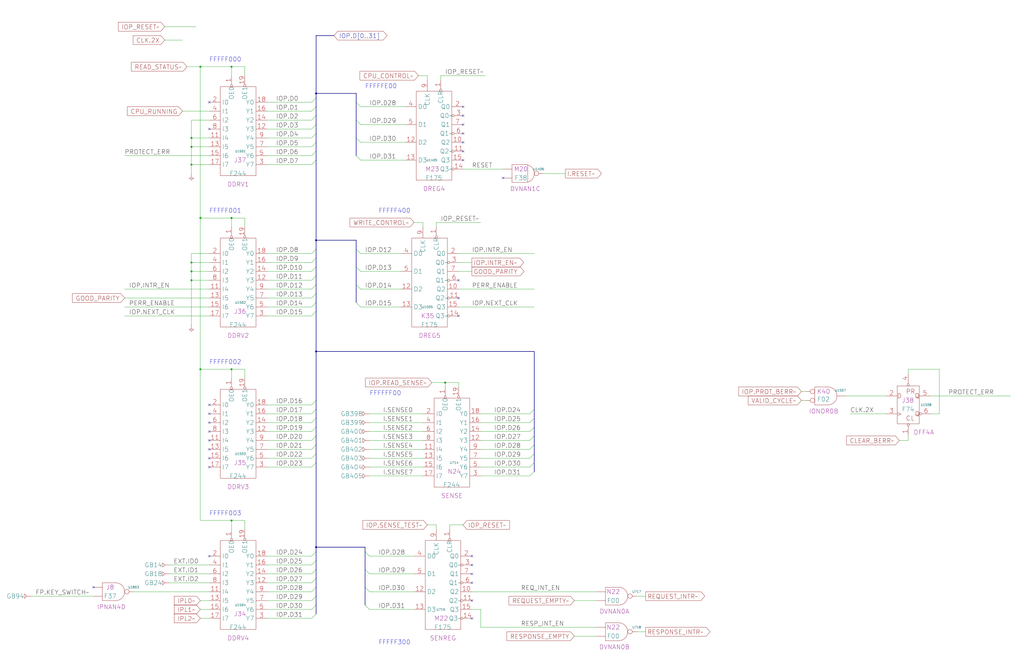
<source format=kicad_sch>
(kicad_sch (version 20230121) (generator eeschema)
  (paper "User" 584.2 378.46)
  (title_block (title "DEVICES\\nCONTROL / STATUS REGISTER") (date "22-SEP-90") (rev "2.0") (comment 1 "IOC") (comment 2 "232-003061") (comment 3 "S400") (comment 4 "RELEASED"))
  (lib_symbols
    (symbol "r1000:F00" (pin_numbers hide) (pin_names hide)
      (property "Reference" "U" (at 15.24 0 0))
      (property "Value" "F00" (at 1.905 -5.08 0))
      (property "Location" "___" (at 1.905 0 0))
      (property "Name" "______" (at 2.54 -12.7 0))
      (symbol "F00_0_1"
        (polyline (pts (xy -2.54 -7.62) (xy 5.08 -7.62)) (stroke (width 0.1524)))
        (polyline (pts (xy -2.54 2.54) (xy -2.54 -7.62)) (stroke (width 0.1524)))
        (polyline (pts (xy -2.54 2.54) (xy 5.08 2.54)) (stroke (width 0.1524)))
        (arc (start 5.08 -7.62) (mid 10.1282 -2.54) (end 5.08 2.54) (stroke (width 0.1524)))
        (circle (center 11.43 -2.54) (radius 1.27) (stroke (width 0.1524)))
      )
      (symbol "F00_0_2"
        (circle (center -3.81 -5.08) (radius 1.27) (stroke (width 0.1524)))
        (circle (center -3.81 0) (radius 1.27) (stroke (width 0.1524)))
        (arc (start -3.175 -7.62) (mid -2.134 -2.54) (end -3.175 2.54) (stroke (width 0.1524)))
        (polyline (pts (xy -3.175 -7.62) (xy 3.81 -7.62)) (stroke (width 0.1524)))
        (polyline (pts (xy -3.175 2.54) (xy 3.81 2.54)) (stroke (width 0.1524)))
        (arc (start 3.81 -7.62) (mid 7.5855 -5.8306) (end 10.16 -2.54) (stroke (width 0.1524)))
        (arc (start 10.16 -2.54) (mid 7.5827 0.7471) (end 3.81 2.54) (stroke (width 0.1524)))
      )
      (symbol "F00_1_1"
        (pin input line (at -7.62 0 0) (length 5.08) (name "D0") (number "1"))
        (pin input line (at -7.62 -5.08 0) (length 5.08) (name "D1") (number "2"))
        (pin output line (at 15.24 -2.54 180) (length 2.54) (name "Q") (number "3"))
      )
      (symbol "F00_1_2"
        (pin input line (at -7.62 0 0) (length 2.54) (name "D0") (number "1"))
        (pin input line (at -7.62 -5.08 0) (length 2.54) (name "D1") (number "2"))
        (pin output line (at 15.24 -2.54 180) (length 5.08) (name "Q") (number "3"))
      )
    )
    (symbol "r1000:F02" (pin_numbers hide) (pin_names hide)
      (property "Reference" "U" (at 12.16 0.635 0))
      (property "Value" "F02" (at -1.27 -4.445 0))
      (property "Location" "___" (at 2.54 0 0))
      (property "Name" "______" (at 2.54 -12.7 0))
      (symbol "F02_0_1"
        (arc (start -3.81 -7.62) (mid -2.9847 -2.54) (end -3.81 2.54) (stroke (width 0.1524)))
        (polyline (pts (xy -5.08 -5.08) (xy -3.175 -5.08)) (stroke (width 0.1524)))
        (polyline (pts (xy -5.08 0) (xy -3.175 0)) (stroke (width 0.1524)))
        (polyline (pts (xy -3.81 -7.62) (xy 2.54 -7.62)) (stroke (width 0.1524)))
        (polyline (pts (xy -3.81 2.54) (xy 2.54 2.54)) (stroke (width 0.1524)))
        (polyline (pts (xy 13.97 -2.54) (xy 12.7 -2.54)) (stroke (width 0.1524)))
        (arc (start 2.54 -7.62) (mid 6.9515 -5.9823) (end 10.16 -2.54) (stroke (width 0.1524)))
        (arc (start 10.16 -2.54) (mid 6.9478 0.8966) (end 2.54 2.54) (stroke (width 0.1524)))
        (circle (center 11.43 -2.54) (radius 1.27) (stroke (width 0.1524)))
      )
      (symbol "F02_0_2"
        (circle (center -3.81 -5.08) (radius 1.27) (stroke (width 0.1524)))
        (circle (center -3.81 0) (radius 1.27) (stroke (width 0.1524)))
        (polyline (pts (xy -2.54 -7.62) (xy 5.08 -7.62)) (stroke (width 0.1524)))
        (polyline (pts (xy -2.54 2.54) (xy -2.54 -7.62)) (stroke (width 0.1524)))
        (polyline (pts (xy -2.54 2.54) (xy 5.08 2.54)) (stroke (width 0.1524)))
        (polyline (pts (xy 11.43 -2.54) (xy 10.16 -2.54)) (stroke (width 0.1524)))
        (polyline (pts (xy 11.43 -2.54) (xy 12.7 -2.54)) (stroke (width 0.1524)))
        (arc (start 5.08 -7.62) (mid 10.1282 -2.54) (end 5.08 2.54) (stroke (width 0.1524)))
      )
      (symbol "F02_1_1"
        (pin input line (at -7.62 0 0) (length 2.54) (name "D0") (number "1"))
        (pin input line (at -7.62 -5.08 0) (length 2.54) (name "D1") (number "2"))
        (pin output line (at 15.24 -2.54 180) (length 1.27) (name "Q") (number "3"))
      )
      (symbol "F02_1_2"
        (pin input line (at -7.62 0 0) (length 2.54) (name "D0") (number "1"))
        (pin input line (at -7.62 -5.08 0) (length 2.54) (name "D1") (number "2"))
        (pin output line (at 15.24 -2.54 180) (length 2.54) (name "Q") (number "3"))
      )
    )
    (symbol "r1000:F175" (pin_names (offset 1.016))
      (property "Reference" "U" (at 2.54 5.08 0))
      (property "Value" "F175" (at -1.27 -5.08 0))
      (property "Location" "___" (at -1.27 0 0))
      (property "Name" "______" (at 3.81 -12.7 0))
      (symbol "F175_1_1"
        (rectangle (start -6.35 44.45) (end 13.97 -6.35))
        (circle (center 7.62 45.085) (radius 0.635))
        (circle (center 14.605 0) (radius 0.635))
        (circle (center 14.605 10.16) (radius 0.635))
        (circle (center 14.605 20.32) (radius 0.635))
        (circle (center 14.605 30.48) (radius 0.635))
        (pin input line (at 7.62 50.8 270) (length 5.08) (name "CLR") (number "1"))
        (pin output line (at 20.32 15.24 180) (length 6.35) (name "Q2") (number "10"))
        (pin output line (at 20.32 10.16 180) (length 5.08) (name "Q2~") (number "11"))
        (pin input line (at -12.7 15.24 0) (length 6.35) (name "D2") (number "12"))
        (pin input line (at -12.7 5.08 0) (length 6.35) (name "D3") (number "13"))
        (pin output line (at 20.32 0 180) (length 5.08) (name "Q3~") (number "14"))
        (pin output line (at 20.32 5.08 180) (length 6.35) (name "Q3") (number "15"))
        (pin output line (at 20.32 35.56 180) (length 6.35) (name "Q0") (number "2"))
        (pin output line (at 20.32 30.48 180) (length 5.08) (name "Q0~") (number "3"))
        (pin input line (at -12.7 35.56 0) (length 6.35) (name "D0") (number "4"))
        (pin input line (at -12.7 25.4 0) (length 6.35) (name "D1") (number "5"))
        (pin output line (at 20.32 20.32 180) (length 5.08) (name "Q1~") (number "6"))
        (pin output line (at 20.32 25.4 180) (length 6.35) (name "Q1") (number "7"))
        (pin input line (at 0 50.8 270) (length 6.35) (name "CLK") (number "9"))
      )
    )
    (symbol "r1000:F244" (pin_names (offset 1.016))
      (property "Reference" "U" (at 2.54 5.08 0))
      (property "Value" "F244" (at -3.81 -7.62 0))
      (property "Location" "___" (at -1.27 0 0))
      (property "Name" "______" (at 1.27 -15.24 0))
      (symbol "F244_1_1"
        (rectangle (start -8.89 41.91) (end 11.43 -8.89))
        (circle (center -2.54 42.545) (radius 0.635))
        (circle (center 5.08 42.545) (radius 0.635))
        (pin input line (at -2.54 48.26 270) (length 5.08) (name "OE0") (number "1"))
        (pin input line (at -15.24 12.7 0) (length 6.35) (name "I4") (number "11"))
        (pin tri_state line (at 17.78 17.78 180) (length 6.35) (name "Y3") (number "12"))
        (pin input line (at -15.24 7.62 0) (length 6.35) (name "I5") (number "13"))
        (pin tri_state line (at 17.78 22.86 180) (length 6.35) (name "Y2") (number "14"))
        (pin input line (at -15.24 2.54 0) (length 6.35) (name "I6") (number "15"))
        (pin tri_state line (at 17.78 27.94 180) (length 6.35) (name "Y1") (number "16"))
        (pin input line (at -15.24 -2.54 0) (length 6.35) (name "I7") (number "17"))
        (pin tri_state line (at 17.78 33.02 180) (length 6.35) (name "Y0") (number "18"))
        (pin input line (at 5.08 48.26 270) (length 5.08) (name "OE1") (number "19"))
        (pin input line (at -15.24 33.02 0) (length 6.35) (name "I0") (number "2"))
        (pin tri_state line (at 17.78 -2.54 180) (length 6.35) (name "Y7") (number "3"))
        (pin input line (at -15.24 27.94 0) (length 6.35) (name "I1") (number "4"))
        (pin tri_state line (at 17.78 2.54 180) (length 6.35) (name "Y6") (number "5"))
        (pin input line (at -15.24 22.86 0) (length 6.35) (name "I2") (number "6"))
        (pin tri_state line (at 17.78 7.62 180) (length 6.35) (name "Y5") (number "7"))
        (pin input line (at -15.24 17.78 0) (length 6.35) (name "I3") (number "8"))
        (pin tri_state line (at 17.78 12.7 180) (length 6.35) (name "Y4") (number "9"))
      )
    )
    (symbol "r1000:F37" (pin_numbers hide) (pin_names (offset 0) hide)
      (property "Reference" "U" (at 15.24 0 0))
      (property "Value" "F37" (at 1.905 -5.08 0))
      (property "Location" "___" (at 1.905 0 0))
      (property "Name" "______" (at 2.54 -12.7 0))
      (symbol "F37_0_1"
        (polyline (pts (xy -2.54 -7.62) (xy 5.08 -7.62)) (stroke (width 0.1524)))
        (polyline (pts (xy -2.54 2.54) (xy -2.54 -7.62)) (stroke (width 0.1524)))
        (polyline (pts (xy -2.54 2.54) (xy 5.08 2.54)) (stroke (width 0.1524)))
        (arc (start 5.08 -7.62) (mid 10.1282 -2.54) (end 5.08 2.54) (stroke (width 0.1524)))
        (circle (center 11.43 -2.54) (radius 1.27) (stroke (width 0.1524)))
      )
      (symbol "F37_0_2"
        (circle (center -3.81 -5.08) (radius 1.27) (stroke (width 0.1524)))
        (circle (center -3.81 0) (radius 1.27) (stroke (width 0.1524)))
        (arc (start -3.175 -7.62) (mid -2.134 -2.54) (end -3.175 2.54) (stroke (width 0.1524)))
        (polyline (pts (xy -3.175 -7.62) (xy 3.81 -7.62)) (stroke (width 0.1524)))
        (polyline (pts (xy -3.175 2.54) (xy 3.81 2.54)) (stroke (width 0.1524)))
        (arc (start 3.81 -7.62) (mid 7.5855 -5.8306) (end 10.16 -2.54) (stroke (width 0.1524)))
        (arc (start 10.16 -2.54) (mid 7.5827 0.7471) (end 3.81 2.54) (stroke (width 0.1524)))
      )
      (symbol "F37_1_1"
        (pin input line (at -7.62 0 0) (length 5.08) (name "D0") (number "1"))
        (pin input line (at -7.62 -5.08 0) (length 5.08) (name "D1") (number "2"))
        (pin output line (at 15.24 -2.54 180) (length 2.54) (name "Q") (number "3"))
      )
      (symbol "F37_1_2"
        (pin input line (at -7.62 0 0) (length 2.54) (name "D0") (number "1"))
        (pin input line (at -7.62 -5.08 0) (length 2.54) (name "D1") (number "2"))
        (pin output line (at 15.24 -2.54 180) (length 5.08) (name "Q") (number "3"))
      )
    )
    (symbol "r1000:F38" (pin_numbers hide) (pin_names hide)
      (property "Reference" "U" (at 12.7 2.54 0))
      (property "Value" "F38" (at 2.54 -2.54 0))
      (property "Location" "___" (at 2.54 2.54 0))
      (property "Name" "______" (at 5.08 -10.16 0))
      (symbol "F38_0_1"
        (polyline (pts (xy -2.54 -5.08) (xy 5.08 -5.08)) (stroke (width 0.1524)))
        (polyline (pts (xy -2.54 5.08) (xy -2.54 -5.08)) (stroke (width 0.1524)))
        (polyline (pts (xy -2.54 5.08) (xy 5.08 5.08)) (stroke (width 0.1524)))
        (polyline (pts (xy 6.45 4.9) (xy 6.45 -4.9)) (stroke (width 0.1524)))
        (arc (start 5.08 -5.08) (mid 8.6786 -3.5986) (end 10.16 0) (stroke (width 0.1524)))
        (arc (start 10.16 0) (mid 8.6721 3.5921) (end 5.08 5.08) (stroke (width 0.1524)))
        (circle (center 11.43 0) (radius 1.27) (stroke (width 0.1524)))
      )
      (symbol "F38_0_2"
        (arc (start -3.81 -5.08) (mid -1.8386 0) (end -3.81 5.08) (stroke (width 0.1524)))
        (circle (center -3.81 -2.54) (radius 1.27) (stroke (width 0.1524)))
        (circle (center -3.81 2.54) (radius 1.27) (stroke (width 0.1524)))
        (polyline (pts (xy -3.81 -5.08) (xy 2.54 -5.08)) (stroke (width 0.1524)))
        (polyline (pts (xy -3.81 5.08) (xy 2.54 5.08)) (stroke (width 0.1524)))
        (polyline (pts (xy 7.62 3.175) (xy 7.62 -3.175)) (stroke (width 0.1524)))
        (arc (start 2.54 -5.08) (mid 7.0537 -3.5955) (end 10.16 0) (stroke (width 0.1524)))
        (arc (start 10.16 0) (mid 7.0527 3.594) (end 2.54 5.08) (stroke (width 0.1524)))
      )
      (symbol "F38_1_1"
        (pin input line (at -7.62 2.54 0) (length 5.08) (name "D0") (number "1"))
        (pin input line (at -7.62 -2.54 0) (length 5.08) (name "D1") (number "2"))
        (pin open_collector line (at 15.24 0 180) (length 2.54) (name "Q") (number "3"))
      )
      (symbol "F38_1_2"
        (pin input line (at -7.62 2.54 0) (length 2.54) (name "D0") (number "1"))
        (pin input line (at -7.62 -2.54 0) (length 2.54) (name "D1") (number "2"))
        (pin open_collector line (at 15.24 0 180) (length 5.08) (name "Q") (number "3"))
      )
    )
    (symbol "r1000:F74" (pin_names (offset 1.016) hide)
      (property "Reference" "U" (at 12.7 -2.54 0))
      (property "Value" "F74" (at -1.27 -5.08 0))
      (property "Location" "___" (at -1.27 0 0))
      (property "Name" "______" (at 11.43 -19.685 0))
      (symbol "F74_0_1"
        (rectangle (start -3.81 8.255) (end 8.89 -13.335) (stroke (width 0.1524)))
        (polyline (pts (xy 2.54 -15.24) (xy 2.54 -14.605)) (stroke (width 0.1524)))
        (polyline (pts (xy 2.54 10.16) (xy 2.54 9.525)) (stroke (width 0.1524)))
      )
      (symbol "F74_1_1"
        (circle (center 2.54 -13.97) (radius 0.635))
        (circle (center 2.54 8.89) (radius 0.635))
        (circle (center 9.525 -7.62) (radius 0.635))
        (text ">" (at -2.54 -7.62 0) (effects (font (size 2.54 2.54))))
        (text "C" (at 2.54 -10.16 0) (effects (font (size 2.54 2.54))))
        (text "D" (at -2.54 2.54 0) (effects (font (size 2.54 2.54))))
        (text "L" (at 5.08 -10.16 0) (effects (font (size 2.54 2.54))))
        (text "P" (at 2.54 5.08 0) (effects (font (size 2.54 2.54))))
        (text "Q" (at 7.62 -7.62 0) (effects (font (size 2.54 2.54))))
        (text "Q" (at 7.62 2.54 0) (effects (font (size 2.54 2.54))))
        (text "R" (at 5.08 5.08 0) (effects (font (size 2.54 2.54))))
        (pin input line (at 2.54 -20.32 90) (length 5.08) (name "CL_") (number "1"))
        (pin input line (at -10.16 2.54 0) (length 6.35) (name "D") (number "2"))
        (pin input line (at -10.16 -7.62 0) (length 6.35) (name "CLK") (number "3"))
        (pin input line (at 2.54 15.24 270) (length 5.08) (name "PR_") (number "4"))
        (pin output line (at 15.24 2.54 180) (length 6.35) (name "Q") (number "5"))
        (pin output line (at 15.24 -7.62 180) (length 5.08) (name "Q_") (number "6"))
      )
    )
    (symbol "r1000:GB" (pin_numbers hide) (pin_names (offset 0) hide)
      (property "Reference" "GB" (at 3.81 0 0))
      (symbol "GB_0_1"
        (polyline (pts (xy 2.54 0) (xy 3.81 1.27) (xy 3.81 -1.27) (xy 2.54 0)) (stroke (width 0.1524)))
      )
      (symbol "GB_1_1"
        (pin bidirectional line (at 0 0 0) (length 2.54) (name "") (number "1"))
      )
    )
    (symbol "r1000:PD" (power) (pin_numbers hide) (pin_names hide) (in_bom no)
      (symbol "PD_0_1"
        (polyline (pts (xy 0 -2.54) (xy 1.27 -2.54) (xy 0 -3.81) (xy -1.27 -2.54) (xy 0 -2.54)) (stroke (width 0.1524)))
      )
      (symbol "PD_1_1"
        (pin power_in line (at 0 0 270) (length 2.54) (name "PD") (number "1"))
      )
    )
  )
  (junction (at 254 218.44))
  (junction (at 132.08 297.18))
  (junction (at 114.3 210.82))
  (junction (at 132.08 210.82))
  (junction (at 180.34 200.66))
  (junction (at 109.22 93.98))
  (junction (at 180.34 53.34))
  (junction (at 114.3 124.46))
  (junction (at 109.22 83.82))
  (junction (at 109.22 149.86))
  (junction (at 114.3 38.1))
  (junction (at 180.34 312.42))
  (junction (at 132.08 124.46))
  (junction (at 109.22 160.02))
  (junction (at 132.08 38.1))
  (junction (at 109.22 154.94))
  (junction (at 109.22 78.74))
  (junction (at 180.34 137.16))
  (no_connect (at 119.38 246.38))
  (no_connect (at 119.38 241.3))
  (no_connect (at 119.38 231.14))
  (no_connect (at 119.38 236.22))
  (no_connect (at 264.16 66.04))
  (no_connect (at 119.38 317.5))
  (no_connect (at 261.62 160.02))
  (no_connect (at 269.24 342.9))
  (no_connect (at 119.38 266.7))
  (no_connect (at 264.16 60.96))
  (no_connect (at 119.38 58.42))
  (no_connect (at 119.38 256.54))
  (no_connect (at 119.38 73.66))
  (no_connect (at 261.62 180.34))
  (no_connect (at 269.24 322.58))
  (no_connect (at 264.16 91.44))
  (no_connect (at 119.38 251.46))
  (no_connect (at 269.24 317.5))
  (no_connect (at 264.16 81.28))
  (no_connect (at 261.62 170.18))
  (no_connect (at 264.16 76.2))
  (no_connect (at 269.24 332.74))
  (no_connect (at 119.38 261.62))
  (no_connect (at 264.16 71.12))
  (no_connect (at 269.24 353.06))
  (no_connect (at 287.02 101.6))
  (no_connect (at 264.16 86.36))
  (no_connect (at 269.24 327.66))
  (no_connect (at 53.34 335.28))
  (bus_entry (at 180.34 66.04) (size -2.54 2.54))
  (bus_entry (at 180.34 243.84) (size -2.54 2.54))
  (bus_entry (at 203.2 172.72) (size 2.54 2.54))
  (bus_entry (at 180.34 228.6) (size -2.54 2.54))
  (bus_entry (at 180.34 259.08) (size -2.54 2.54))
  (bus_entry (at 180.34 264.16) (size -2.54 2.54))
  (bus_entry (at 180.34 320.04) (size -2.54 2.54))
  (bus_entry (at 180.34 76.2) (size -2.54 2.54))
  (bus_entry (at 180.34 167.64) (size -2.54 2.54))
  (bus_entry (at 180.34 314.96) (size -2.54 2.54))
  (bus_entry (at 180.34 172.72) (size -2.54 2.54))
  (bus_entry (at 180.34 157.48) (size -2.54 2.54))
  (bus_entry (at 180.34 177.8) (size -2.54 2.54))
  (bus_entry (at 208.28 345.44) (size 2.54 2.54))
  (bus_entry (at 304.8 243.84) (size -2.54 2.54))
  (bus_entry (at 180.34 233.68) (size -2.54 2.54))
  (bus_entry (at 180.34 152.4) (size -2.54 2.54))
  (bus_entry (at 180.34 55.88) (size -2.54 2.54))
  (bus_entry (at 180.34 162.56) (size -2.54 2.54))
  (bus_entry (at 180.34 330.2) (size -2.54 2.54))
  (bus_entry (at 203.2 152.4) (size 2.54 2.54))
  (bus_entry (at 203.2 88.9) (size 2.54 2.54))
  (bus_entry (at 180.34 81.28) (size -2.54 2.54))
  (bus_entry (at 180.34 350.52) (size -2.54 2.54))
  (bus_entry (at 203.2 58.42) (size 2.54 2.54))
  (bus_entry (at 304.8 238.76) (size -2.54 2.54))
  (bus_entry (at 304.8 248.92) (size -2.54 2.54))
  (bus_entry (at 180.34 71.12) (size -2.54 2.54))
  (bus_entry (at 180.34 340.36) (size -2.54 2.54))
  (bus_entry (at 180.34 147.32) (size -2.54 2.54))
  (bus_entry (at 208.28 335.28) (size 2.54 2.54))
  (bus_entry (at 304.8 264.16) (size -2.54 2.54))
  (bus_entry (at 180.34 60.96) (size -2.54 2.54))
  (bus_entry (at 304.8 269.24) (size -2.54 2.54))
  (bus_entry (at 208.28 314.96) (size 2.54 2.54))
  (bus_entry (at 180.34 248.92) (size -2.54 2.54))
  (bus_entry (at 203.2 162.56) (size 2.54 2.54))
  (bus_entry (at 180.34 254) (size -2.54 2.54))
  (bus_entry (at 180.34 335.28) (size -2.54 2.54))
  (bus_entry (at 203.2 68.58) (size 2.54 2.54))
  (bus_entry (at 208.28 325.12) (size 2.54 2.54))
  (bus_entry (at 203.2 78.74) (size 2.54 2.54))
  (bus_entry (at 304.8 254) (size -2.54 2.54))
  (bus_entry (at 180.34 325.12) (size -2.54 2.54))
  (bus_entry (at 203.2 142.24) (size 2.54 2.54))
  (bus_entry (at 304.8 259.08) (size -2.54 2.54))
  (bus_entry (at 180.34 91.44) (size -2.54 2.54))
  (bus_entry (at 304.8 233.68) (size -2.54 2.54))
  (bus_entry (at 180.34 86.36) (size -2.54 2.54))
  (bus_entry (at 180.34 345.44) (size -2.54 2.54))
  (bus_entry (at 180.34 238.76) (size -2.54 2.54))
  (bus_entry (at 180.34 142.24) (size -2.54 2.54))
  (wire (pts (xy 152.4 317.5) (xy 177.8 317.5)))
  (wire (pts (xy 152.4 154.94) (xy 177.8 154.94)))
  (wire (pts (xy 109.22 78.74) (xy 119.38 78.74)))
  (wire (pts (xy 236.22 127) (xy 241.3 127)))
  (wire (pts (xy 71.12 175.26) (xy 119.38 175.26)))
  (wire (pts (xy 109.22 149.86) (xy 109.22 144.78)))
  (wire (pts (xy 518.16 210.82) (xy 535.94 210.82)))
  (wire (pts (xy 139.7 215.9) (xy 139.7 210.82)))
  (bus (pts (xy 180.34 177.8) (xy 180.34 172.72)))
  (wire (pts (xy 114.3 347.98) (xy 119.38 347.98)))
  (bus (pts (xy 208.28 325.12) (xy 208.28 335.28)))
  (wire (pts (xy 274.32 246.38) (xy 302.26 246.38)))
  (bus (pts (xy 180.34 142.24) (xy 180.34 147.32)))
  (wire (pts (xy 327.66 363.22) (xy 340.36 363.22)))
  (wire (pts (xy 109.22 68.58) (xy 109.22 78.74)))
  (wire (pts (xy 71.12 88.9) (xy 119.38 88.9)))
  (wire (pts (xy 71.12 180.34) (xy 119.38 180.34)))
  (bus (pts (xy 304.8 233.68) (xy 304.8 200.66)))
  (wire (pts (xy 152.4 251.46) (xy 177.8 251.46)))
  (wire (pts (xy 114.3 210.82) (xy 132.08 210.82)))
  (wire (pts (xy 205.74 175.26) (xy 228.6 175.26)))
  (wire (pts (xy 152.4 266.7) (xy 177.8 266.7)))
  (wire (pts (xy 152.4 180.34) (xy 177.8 180.34)))
  (wire (pts (xy 261.62 165.1) (xy 304.8 165.1)))
  (wire (pts (xy 132.08 210.82) (xy 139.7 210.82)))
  (wire (pts (xy 205.74 91.44) (xy 231.14 91.44)))
  (bus (pts (xy 180.34 71.12) (xy 180.34 76.2)))
  (bus (pts (xy 203.2 58.42) (xy 203.2 68.58)))
  (wire (pts (xy 205.74 154.94) (xy 228.6 154.94)))
  (wire (pts (xy 205.74 144.78) (xy 228.6 144.78)))
  (bus (pts (xy 180.34 228.6) (xy 180.34 233.68)))
  (bus (pts (xy 180.34 314.96) (xy 180.34 320.04)))
  (bus (pts (xy 180.34 340.36) (xy 180.34 345.44)))
  (wire (pts (xy 205.74 60.96) (xy 231.14 60.96)))
  (bus (pts (xy 180.34 330.2) (xy 180.34 335.28)))
  (wire (pts (xy 261.62 154.94) (xy 269.24 154.94)))
  (wire (pts (xy 457.2 223.52) (xy 459.74 223.52)))
  (bus (pts (xy 304.8 238.76) (xy 304.8 243.84)))
  (wire (pts (xy 152.4 170.18) (xy 177.8 170.18)))
  (wire (pts (xy 152.4 58.42) (xy 177.8 58.42)))
  (wire (pts (xy 274.32 271.78) (xy 302.26 271.78)))
  (wire (pts (xy 518.16 251.46) (xy 518.16 248.92)))
  (wire (pts (xy 139.7 129.54) (xy 139.7 124.46)))
  (wire (pts (xy 96.52 322.58) (xy 119.38 322.58)))
  (wire (pts (xy 251.46 43.18) (xy 276.86 43.18)))
  (wire (pts (xy 274.32 241.3) (xy 302.26 241.3)))
  (wire (pts (xy 269.24 337.82) (xy 340.36 337.82)))
  (wire (pts (xy 274.32 347.98) (xy 274.32 358.14)))
  (wire (pts (xy 238.76 43.18) (xy 243.84 43.18)))
  (wire (pts (xy 254 218.44) (xy 254 220.98)))
  (wire (pts (xy 210.82 266.7) (xy 241.3 266.7)))
  (wire (pts (xy 139.7 302.26) (xy 139.7 297.18)))
  (wire (pts (xy 152.4 93.98) (xy 177.8 93.98)))
  (wire (pts (xy 109.22 154.94) (xy 109.22 149.86)))
  (bus (pts (xy 304.8 233.68) (xy 304.8 238.76)))
  (bus (pts (xy 180.34 259.08) (xy 180.34 264.16)))
  (wire (pts (xy 132.08 38.1) (xy 139.7 38.1)))
  (wire (pts (xy 210.82 337.82) (xy 236.22 337.82)))
  (wire (pts (xy 152.4 165.1) (xy 177.8 165.1)))
  (wire (pts (xy 132.08 297.18) (xy 139.7 297.18)))
  (wire (pts (xy 274.32 261.62) (xy 302.26 261.62)))
  (wire (pts (xy 210.82 271.78) (xy 241.3 271.78)))
  (bus (pts (xy 180.34 200.66) (xy 180.34 228.6)))
  (bus (pts (xy 180.34 76.2) (xy 180.34 81.28)))
  (bus (pts (xy 180.34 162.56) (xy 180.34 167.64)))
  (wire (pts (xy 132.08 38.1) (xy 132.08 43.18)))
  (wire (pts (xy 482.6 226.06) (xy 505.46 226.06)))
  (bus (pts (xy 180.34 152.4) (xy 180.34 157.48)))
  (wire (pts (xy 114.3 353.06) (xy 119.38 353.06)))
  (wire (pts (xy 152.4 68.58) (xy 177.8 68.58)))
  (wire (pts (xy 132.08 124.46) (xy 139.7 124.46)))
  (bus (pts (xy 203.2 137.16) (xy 180.34 137.16)))
  (wire (pts (xy 513.08 251.46) (xy 518.16 251.46)))
  (bus (pts (xy 180.34 20.32) (xy 180.34 53.34)))
  (wire (pts (xy 93.98 22.86) (xy 104.14 22.86)))
  (bus (pts (xy 180.34 254) (xy 180.34 259.08)))
  (wire (pts (xy 109.22 185.42) (xy 109.22 160.02)))
  (wire (pts (xy 114.3 210.82) (xy 114.3 297.18)))
  (wire (pts (xy 457.2 228.6) (xy 459.74 228.6)))
  (wire (pts (xy 205.74 81.28) (xy 231.14 81.28)))
  (wire (pts (xy 210.82 317.5) (xy 236.22 317.5)))
  (wire (pts (xy 114.3 297.18) (xy 132.08 297.18)))
  (wire (pts (xy 152.4 241.3) (xy 177.8 241.3)))
  (wire (pts (xy 248.92 127) (xy 274.32 127)))
  (wire (pts (xy 309.88 99.06) (xy 322.58 99.06)))
  (bus (pts (xy 208.28 314.96) (xy 208.28 312.42)))
  (wire (pts (xy 104.14 63.5) (xy 119.38 63.5)))
  (wire (pts (xy 96.52 332.74) (xy 119.38 332.74)))
  (wire (pts (xy 109.22 93.98) (xy 109.22 83.82)))
  (bus (pts (xy 180.34 325.12) (xy 180.34 330.2)))
  (bus (pts (xy 180.34 91.44) (xy 180.34 137.16)))
  (wire (pts (xy 261.62 218.44) (xy 261.62 220.98)))
  (wire (pts (xy 152.4 322.58) (xy 177.8 322.58)))
  (wire (pts (xy 96.52 327.66) (xy 119.38 327.66)))
  (wire (pts (xy 152.4 236.22) (xy 177.8 236.22)))
  (wire (pts (xy 71.12 165.1) (xy 119.38 165.1)))
  (bus (pts (xy 180.34 345.44) (xy 180.34 350.52)))
  (wire (pts (xy 139.7 43.18) (xy 139.7 38.1)))
  (wire (pts (xy 530.86 236.22) (xy 535.94 236.22)))
  (wire (pts (xy 152.4 261.62) (xy 177.8 261.62)))
  (wire (pts (xy 254 218.44) (xy 261.62 218.44)))
  (bus (pts (xy 203.2 58.42) (xy 203.2 53.34)))
  (wire (pts (xy 256.54 299.72) (xy 256.54 302.26)))
  (wire (pts (xy 152.4 246.38) (xy 177.8 246.38)))
  (bus (pts (xy 180.34 243.84) (xy 180.34 248.92)))
  (wire (pts (xy 152.4 73.66) (xy 177.8 73.66)))
  (bus (pts (xy 180.34 233.68) (xy 180.34 238.76)))
  (wire (pts (xy 17.78 340.36) (xy 53.34 340.36)))
  (wire (pts (xy 210.82 241.3) (xy 241.3 241.3)))
  (bus (pts (xy 208.28 335.28) (xy 208.28 345.44)))
  (wire (pts (xy 530.86 226.06) (xy 576.58 226.06)))
  (wire (pts (xy 274.32 266.7) (xy 302.26 266.7)))
  (wire (pts (xy 210.82 256.54) (xy 241.3 256.54)))
  (bus (pts (xy 203.2 53.34) (xy 180.34 53.34)))
  (wire (pts (xy 132.08 297.18) (xy 132.08 302.26)))
  (wire (pts (xy 109.22 93.98) (xy 119.38 93.98)))
  (bus (pts (xy 180.34 157.48) (xy 180.34 162.56)))
  (wire (pts (xy 246.38 218.44) (xy 254 218.44)))
  (bus (pts (xy 180.34 312.42) (xy 208.28 312.42)))
  (wire (pts (xy 114.3 38.1) (xy 114.3 124.46)))
  (wire (pts (xy 261.62 144.78) (xy 304.8 144.78)))
  (wire (pts (xy 518.16 213.36) (xy 518.16 210.82)))
  (bus (pts (xy 304.8 248.92) (xy 304.8 254)))
  (wire (pts (xy 243.84 43.18) (xy 243.84 45.72)))
  (wire (pts (xy 210.82 251.46) (xy 241.3 251.46)))
  (wire (pts (xy 152.4 327.66) (xy 177.8 327.66)))
  (wire (pts (xy 210.82 236.22) (xy 241.3 236.22)))
  (wire (pts (xy 109.22 154.94) (xy 119.38 154.94)))
  (wire (pts (xy 152.4 353.06) (xy 177.8 353.06)))
  (wire (pts (xy 210.82 327.66) (xy 236.22 327.66)))
  (bus (pts (xy 180.34 312.42) (xy 180.34 314.96)))
  (wire (pts (xy 152.4 63.5) (xy 177.8 63.5)))
  (bus (pts (xy 203.2 152.4) (xy 203.2 162.56)))
  (bus (pts (xy 203.2 68.58) (xy 203.2 78.74)))
  (wire (pts (xy 93.98 15.24) (xy 111.76 15.24)))
  (wire (pts (xy 119.38 68.58) (xy 109.22 68.58)))
  (wire (pts (xy 71.12 170.18) (xy 119.38 170.18)))
  (bus (pts (xy 180.34 81.28) (xy 180.34 86.36)))
  (wire (pts (xy 109.22 149.86) (xy 119.38 149.86)))
  (wire (pts (xy 248.92 299.72) (xy 248.92 302.26)))
  (bus (pts (xy 180.34 167.64) (xy 180.34 172.72)))
  (bus (pts (xy 180.34 66.04) (xy 180.34 71.12)))
  (wire (pts (xy 152.4 88.9) (xy 177.8 88.9)))
  (wire (pts (xy 152.4 78.74) (xy 177.8 78.74)))
  (wire (pts (xy 109.22 160.02) (xy 119.38 160.02)))
  (bus (pts (xy 180.34 147.32) (xy 180.34 152.4)))
  (bus (pts (xy 203.2 162.56) (xy 203.2 172.72)))
  (wire (pts (xy 152.4 332.74) (xy 177.8 332.74)))
  (wire (pts (xy 76.2 337.82) (xy 119.38 337.82)))
  (wire (pts (xy 248.92 127) (xy 248.92 129.54)))
  (wire (pts (xy 109.22 99.06) (xy 109.22 93.98)))
  (wire (pts (xy 241.3 127) (xy 241.3 129.54)))
  (wire (pts (xy 210.82 246.38) (xy 241.3 246.38)))
  (bus (pts (xy 304.8 259.08) (xy 304.8 264.16)))
  (bus (pts (xy 304.8 254) (xy 304.8 259.08)))
  (wire (pts (xy 152.4 342.9) (xy 177.8 342.9)))
  (wire (pts (xy 210.82 347.98) (xy 236.22 347.98)))
  (wire (pts (xy 109.22 160.02) (xy 109.22 154.94)))
  (wire (pts (xy 274.32 358.14) (xy 340.36 358.14)))
  (wire (pts (xy 243.84 299.72) (xy 248.92 299.72)))
  (wire (pts (xy 251.46 43.18) (xy 251.46 45.72)))
  (wire (pts (xy 152.4 347.98) (xy 177.8 347.98)))
  (bus (pts (xy 190.5 20.32) (xy 180.34 20.32)))
  (wire (pts (xy 106.68 38.1) (xy 114.3 38.1)))
  (wire (pts (xy 274.32 251.46) (xy 302.26 251.46)))
  (bus (pts (xy 203.2 78.74) (xy 203.2 88.9)))
  (wire (pts (xy 152.4 256.54) (xy 177.8 256.54)))
  (wire (pts (xy 274.32 256.54) (xy 302.26 256.54)))
  (wire (pts (xy 114.3 124.46) (xy 132.08 124.46)))
  (bus (pts (xy 180.34 53.34) (xy 180.34 55.88)))
  (wire (pts (xy 363.22 340.36) (xy 368.3 340.36)))
  (bus (pts (xy 180.34 264.16) (xy 180.34 312.42)))
  (wire (pts (xy 535.94 210.82) (xy 535.94 236.22)))
  (wire (pts (xy 205.74 165.1) (xy 228.6 165.1)))
  (wire (pts (xy 132.08 210.82) (xy 132.08 215.9)))
  (bus (pts (xy 180.34 137.16) (xy 180.34 142.24)))
  (wire (pts (xy 210.82 261.62) (xy 241.3 261.62)))
  (wire (pts (xy 109.22 78.74) (xy 109.22 83.82)))
  (wire (pts (xy 485.14 236.22) (xy 505.46 236.22)))
  (bus (pts (xy 180.34 86.36) (xy 180.34 91.44)))
  (bus (pts (xy 203.2 142.24) (xy 203.2 152.4)))
  (bus (pts (xy 208.28 314.96) (xy 208.28 325.12)))
  (bus (pts (xy 304.8 264.16) (xy 304.8 269.24)))
  (wire (pts (xy 152.4 160.02) (xy 177.8 160.02)))
  (bus (pts (xy 180.34 320.04) (xy 180.34 325.12)))
  (wire (pts (xy 152.4 337.82) (xy 177.8 337.82)))
  (wire (pts (xy 205.74 71.12) (xy 231.14 71.12)))
  (wire (pts (xy 261.62 175.26) (xy 304.8 175.26)))
  (wire (pts (xy 264.16 299.72) (xy 256.54 299.72)))
  (wire (pts (xy 152.4 175.26) (xy 177.8 175.26)))
  (bus (pts (xy 203.2 137.16) (xy 203.2 142.24)))
  (bus (pts (xy 180.34 335.28) (xy 180.34 340.36)))
  (wire (pts (xy 363.22 360.68) (xy 368.3 360.68)))
  (wire (pts (xy 152.4 144.78) (xy 177.8 144.78)))
  (wire (pts (xy 269.24 347.98) (xy 274.32 347.98)))
  (wire (pts (xy 152.4 231.14) (xy 177.8 231.14)))
  (wire (pts (xy 109.22 83.82) (xy 119.38 83.82)))
  (wire (pts (xy 114.3 342.9) (xy 119.38 342.9)))
  (bus (pts (xy 180.34 248.92) (xy 180.34 254)))
  (wire (pts (xy 132.08 124.46) (xy 132.08 129.54)))
  (bus (pts (xy 180.34 60.96) (xy 180.34 66.04)))
  (wire (pts (xy 264.16 96.52) (xy 287.02 96.52)))
  (bus (pts (xy 180.34 238.76) (xy 180.34 243.84)))
  (bus (pts (xy 180.34 177.8) (xy 180.34 200.66)))
  (wire (pts (xy 152.4 149.86) (xy 177.8 149.86)))
  (bus (pts (xy 180.34 55.88) (xy 180.34 60.96)))
  (wire (pts (xy 327.66 342.9) (xy 340.36 342.9)))
  (wire (pts (xy 114.3 38.1) (xy 132.08 38.1)))
  (wire (pts (xy 109.22 144.78) (xy 119.38 144.78)))
  (wire (pts (xy 114.3 124.46) (xy 114.3 210.82)))
  (wire (pts (xy 274.32 236.22) (xy 302.26 236.22)))
  (bus (pts (xy 304.8 243.84) (xy 304.8 248.92)))
  (bus (pts (xy 304.8 200.66) (xy 180.34 200.66)))
  (wire (pts (xy 261.62 149.86) (xy 269.24 149.86)))
  (wire (pts (xy 152.4 83.82) (xy 177.8 83.82)))
  (text "FFFFF003\n" (at 119.38 294.64 0) (effects (font (size 2.54 2.54)) (justify left bottom)))
  (text "FFFFF300\n" (at 215.9 368.3 0) (effects (font (size 2.54 2.54)) (justify left bottom)))
  (text "FFFFFE00\n" (at 208.28 50.8 0) (effects (font (size 2.54 2.54)) (justify left bottom)))
  (text "FFFFF000\n" (at 119.38 35.56 0) (effects (font (size 2.54 2.54)) (justify left bottom)))
  (text "FFFFF001" (at 119.38 121.92 0) (effects (font (size 2.54 2.54)) (justify left bottom)))
  (text "FFFFF400\n" (at 215.9 121.92 0) (effects (font (size 2.54 2.54)) (justify left bottom)))
  (text "FFFFF002" (at 119.38 208.28 0) (effects (font (size 2.54 2.54)) (justify left bottom)))
  (text "FFFFFF00\n" (at 210.82 226.06 0) (effects (font (size 2.54 2.54)) (justify left bottom)))
  (label "IOP.D8" (at 157.48 144.78 0) (effects (font (size 2.54 2.54))))
  (label "IOP.D14" (at 208.28 165.1 0) (effects (font (size 2.54 2.54))))
  (label "IOP.D6" (at 157.48 88.9 0) (effects (font (size 2.54 2.54))))
  (label "RESP_INT_EN" (at 297.18 358.14 0) (effects (font (size 2.54 2.54))))
  (label "IOP.D12" (at 208.28 144.78 0) (effects (font (size 2.54 2.54))))
  (label "I.SENSE7" (at 218.44 271.78 0) (effects (font (size 2.54 2.54))))
  (label "IOP.D10" (at 157.48 154.94 0) (effects (font (size 2.54 2.54))))
  (label "IOP.D28" (at 215.9 317.5 0) (effects (font (size 2.54 2.54))))
  (label "PROTECT_ERR" (at 541.02 226.06 0) (effects (font (size 2.54 2.54))))
  (label "IOP.D17" (at 157.48 236.22 0) (effects (font (size 2.54 2.54))))
  (label "IOP.D5" (at 157.48 83.82 0) (effects (font (size 2.54 2.54))))
  (label "I.SENSE4" (at 218.44 256.54 0) (effects (font (size 2.54 2.54))))
  (label "IOP.D19" (at 157.48 246.38 0) (effects (font (size 2.54 2.54))))
  (label "IOP.D28" (at 281.94 256.54 0) (effects (font (size 2.54 2.54))))
  (label "I.SENSE3" (at 218.44 251.46 0) (effects (font (size 2.54 2.54))))
  (label "IOP.D25" (at 157.48 322.58 0) (effects (font (size 2.54 2.54))))
  (label "IOP.D13" (at 208.28 154.94 0) (effects (font (size 2.54 2.54))))
  (label "IOP.D29" (at 215.9 327.66 0) (effects (font (size 2.54 2.54))))
  (label "IOP.D23" (at 157.48 266.7 0) (effects (font (size 2.54 2.54))))
  (label "IOP.D30" (at 215.9 337.82 0) (effects (font (size 2.54 2.54))))
  (label "PROTECT_ERR" (at 71.12 88.9 0) (effects (font (size 2.54 2.54))))
  (label "I.SENSE2" (at 218.44 246.38 0) (effects (font (size 2.54 2.54))))
  (label "IOP.NEXT_CLK" (at 73.66 180.34 0) (effects (font (size 2.54 2.54))))
  (label "IOP.D26" (at 157.48 327.66 0) (effects (font (size 2.54 2.54))))
  (label "IOP.D4" (at 157.48 78.74 0) (effects (font (size 2.54 2.54))))
  (label "CLK.2X" (at 485.14 236.22 0) (effects (font (size 2.54 2.54))))
  (label "IOP.D31" (at 210.82 91.44 0) (effects (font (size 2.54 2.54))))
  (label "IOP_RESET~" (at 254 43.18 0) (effects (font (size 2.54 2.54))))
  (label "IOP.D14" (at 157.48 175.26 0) (effects (font (size 2.54 2.54))))
  (label "IOP.D31" (at 281.94 271.78 0) (effects (font (size 2.54 2.54))))
  (label "IOP.D2" (at 157.48 68.58 0) (effects (font (size 2.54 2.54))))
  (label "IOP.D27" (at 157.48 332.74 0) (effects (font (size 2.54 2.54))))
  (label "IOP.D11" (at 157.48 160.02 0) (effects (font (size 2.54 2.54))))
  (label "RESET" (at 269.24 96.52 0) (effects (font (size 2.54 2.54))))
  (label "IOP.D18" (at 157.48 241.3 0) (effects (font (size 2.54 2.54))))
  (label "IOP.D24" (at 157.48 317.5 0) (effects (font (size 2.54 2.54))))
  (label "IOP.D30" (at 157.48 347.98 0) (effects (font (size 2.54 2.54))))
  (label "IOP_RESET~" (at 251.46 127 0) (effects (font (size 2.54 2.54))))
  (label "I.SENSE6" (at 218.44 266.7 0) (effects (font (size 2.54 2.54))))
  (label "IOP.D25" (at 281.94 241.3 0) (effects (font (size 2.54 2.54))))
  (label "IOP.D22" (at 157.48 261.62 0) (effects (font (size 2.54 2.54))))
  (label "I.SENSE0" (at 218.44 236.22 0) (effects (font (size 2.54 2.54))))
  (label "IOP.D29" (at 281.94 261.62 0) (effects (font (size 2.54 2.54))))
  (label "EXT.ID0" (at 99.06 322.58 0) (effects (font (size 2.54 2.54))))
  (label "FP.KEY_SWITCH~" (at 20.32 340.36 0) (effects (font (size 2.54 2.54))))
  (label "I.SENSE5" (at 218.44 261.62 0) (effects (font (size 2.54 2.54))))
  (label "IOP.D31" (at 157.48 353.06 0) (effects (font (size 2.54 2.54))))
  (label "IOP.D27" (at 281.94 251.46 0) (effects (font (size 2.54 2.54))))
  (label "IOP.D13" (at 157.48 170.18 0) (effects (font (size 2.54 2.54))))
  (label "IOP.D0" (at 157.48 58.42 0) (effects (font (size 2.54 2.54))))
  (label "IOP.INTR_EN" (at 269.24 144.78 0) (effects (font (size 2.54 2.54))))
  (label "IOP.D30" (at 210.82 81.28 0) (effects (font (size 2.54 2.54))))
  (label "IOP.INTR_EN" (at 73.66 165.1 0) (effects (font (size 2.54 2.54))))
  (label "IOP.D15" (at 208.28 175.26 0) (effects (font (size 2.54 2.54))))
  (label "IOP.D15" (at 157.48 180.34 0) (effects (font (size 2.54 2.54))))
  (label "IOP.D1" (at 157.48 63.5 0) (effects (font (size 2.54 2.54))))
  (label "IOP.D28" (at 157.48 337.82 0) (effects (font (size 2.54 2.54))))
  (label "IOP.D31" (at 215.9 347.98 0) (effects (font (size 2.54 2.54))))
  (label "IOP.D28" (at 210.82 60.96 0) (effects (font (size 2.54 2.54))))
  (label "IOP.D16" (at 157.48 231.14 0) (effects (font (size 2.54 2.54))))
  (label "I.SENSE1" (at 218.44 241.3 0) (effects (font (size 2.54 2.54))))
  (label "IOP.D3" (at 157.48 73.66 0) (effects (font (size 2.54 2.54))))
  (label "IOP.D20" (at 157.48 251.46 0) (effects (font (size 2.54 2.54))))
  (label "EXT.ID1" (at 99.06 327.66 0) (effects (font (size 2.54 2.54))))
  (label "IOP.D21" (at 157.48 256.54 0) (effects (font (size 2.54 2.54))))
  (label "PERR_ENABLE" (at 269.24 165.1 0) (effects (font (size 2.54 2.54))))
  (label "IOP.D29" (at 157.48 342.9 0) (effects (font (size 2.54 2.54))))
  (label "IOP.D30" (at 281.94 266.7 0) (effects (font (size 2.54 2.54))))
  (label "IOP.D24" (at 281.94 236.22 0) (effects (font (size 2.54 2.54))))
  (label "REQ_INT_EN" (at 297.18 337.82 0) (effects (font (size 2.54 2.54))))
  (label "IOP.D7" (at 157.48 93.98 0) (effects (font (size 2.54 2.54))))
  (label "IOP.D29" (at 210.82 71.12 0) (effects (font (size 2.54 2.54))))
  (label "PERR_ENABLE" (at 73.66 175.26 0) (effects (font (size 2.54 2.54))))
  (label "IOP.D26" (at 281.94 246.38 0) (effects (font (size 2.54 2.54))))
  (label "IOP.D12" (at 157.48 165.1 0) (effects (font (size 2.54 2.54))))
  (label "EXT.ID2" (at 99.06 332.74 0) (effects (font (size 2.54 2.54))))
  (label "IOP.NEXT_CLK" (at 269.24 175.26 0) (effects (font (size 2.54 2.54))))
  (label "IOP.D9" (at 157.48 149.86 0) (effects (font (size 2.54 2.54))))
  (global_label "IOP.INTR_EN~" (shape output) (at 269.24 149.86 0) (effects (font (size 2.54 2.54))) (property "Intersheetrefs" "${INTERSHEET_REFS}" (at 299.1213 149.7013 0) (effects (font (size 1.905 1.905)) (justify left))))
  (global_label "REQUEST_EMPTY~" (shape input) (at 327.66 342.9 180) (effects (font (size 2.54 2.54))) (property "Intersheetrefs" "${INTERSHEET_REFS}" (at 290.0378 342.7413 0) (effects (font (size 1.905 1.905)) (justify right))))
  (global_label "VALID_CYCLE~" (shape input) (at 457.2 228.6 180) (effects (font (size 2.54 2.54))) (property "Intersheetrefs" "${INTERSHEET_REFS}" (at 426.472 228.4413 0) (effects (font (size 1.905 1.905)) (justify right))))
  (global_label "GOOD_PARITY" (shape output) (at 269.24 154.94 0) (effects (font (size 2.54 2.54))) (property "Intersheetrefs" "${INTERSHEET_REFS}" (at 299.3632 154.7813 0) (effects (font (size 1.905 1.905)) (justify left))))
  (global_label "IOP.SENSE_TEST~" (shape input) (at 243.84 299.72 180) (effects (font (size 2.54 2.54))) (property "Intersheetrefs" "${INTERSHEET_REFS}" (at 206.5806 299.5613 0) (effects (font (size 1.905 1.905)) (justify right))))
  (global_label "REQUEST_INTR~" (shape output) (at 368.3 340.36 0) (effects (font (size 2.54 2.54))) (property "Intersheetrefs" "${INTERSHEET_REFS}" (at 402.4146 340.2013 0) (effects (font (size 1.905 1.905)) (justify left))))
  (global_label "RESPONSE_EMPTY" (shape input) (at 327.66 363.22 180) (effects (font (size 2.54 2.54))) (property "Intersheetrefs" "${INTERSHEET_REFS}" (at 288.8282 363.0613 0) (effects (font (size 1.905 1.905)) (justify right))))
  (global_label "IOP.PROT_BERR~" (shape input) (at 457.2 223.52 180) (effects (font (size 2.54 2.54))) (property "Intersheetrefs" "${INTERSHEET_REFS}" (at 421.0292 223.3613 0) (effects (font (size 1.905 1.905)) (justify right))))
  (global_label "RESPONSE_INTR~" (shape output) (at 368.3 360.68 0) (effects (font (size 2.54 2.54))) (property "Intersheetrefs" "${INTERSHEET_REFS}" (at 405.4384 360.5213 0) (effects (font (size 1.905 1.905)) (justify left))))
  (global_label "IOP_RESET~" (shape input) (at 93.98 15.24 180) (effects (font (size 2.54 2.54))) (property "Intersheetrefs" "${INTERSHEET_REFS}" (at 67.1225 15.0813 0) (effects (font (size 1.905 1.905)) (justify right))))
  (global_label "IOP.READ_SENSE~" (shape input) (at 246.38 218.44 180) (effects (font (size 2.54 2.54))) (property "Intersheetrefs" "${INTERSHEET_REFS}" (at 208.153 218.2813 0) (effects (font (size 1.905 1.905)) (justify right))))
  (global_label "CLK.2X" (shape input) (at 93.98 22.86 180) (effects (font (size 2.54 2.54))) (property "Intersheetrefs" "${INTERSHEET_REFS}" (at 69.4206 22.7013 0) (effects (font (size 1.905 1.905)) (justify right))))
  (global_label "IPL0~" (shape input) (at 114.3 342.9 180) (effects (font (size 2.54 2.54))) (property "Intersheetrefs" "${INTERSHEET_REFS}" (at 99.054 342.7413 0) (effects (font (size 1.905 1.905)) (justify right))))
  (global_label "WRITE_CONTROL~" (shape input) (at 236.22 127 180) (effects (font (size 2.54 2.54))) (property "Intersheetrefs" "${INTERSHEET_REFS}" (at 199.3235 126.8413 0) (effects (font (size 1.905 1.905)) (justify right))))
  (global_label "CLEAR_BERR~" (shape input) (at 513.08 251.46 180) (effects (font (size 2.54 2.54))) (property "Intersheetrefs" "${INTERSHEET_REFS}" (at 481.8 251.46 0) (effects (font (size 1.905 1.905)) (justify right))))
  (global_label "GOOD_PARITY" (shape input) (at 71.12 170.18 180) (effects (font (size 2.54 2.54))) (property "Intersheetrefs" "${INTERSHEET_REFS}" (at 40.9968 170.0213 0) (effects (font (size 1.905 1.905)) (justify right))))
  (global_label "I.RESET~" (shape output) (at 322.58 99.06 0) (effects (font (size 2.54 2.54))) (property "Intersheetrefs" "${INTERSHEET_REFS}" (at 343.5108 98.9013 0) (effects (font (size 1.905 1.905)) (justify left))))
  (global_label "CPU_CONTROL~" (shape input) (at 238.76 43.18 180) (effects (font (size 2.54 2.54))) (property "Intersheetrefs" "${INTERSHEET_REFS}" (at 205.0082 43.0213 0) (effects (font (size 1.905 1.905)) (justify right))))
  (global_label "IPL1~" (shape input) (at 114.3 347.98 180) (effects (font (size 2.54 2.54))) (property "Intersheetrefs" "${INTERSHEET_REFS}" (at 99.054 347.8213 0) (effects (font (size 1.905 1.905)) (justify right))))
  (global_label "IOP_RESET~" (shape input) (at 264.16 299.72 0) (effects (font (size 2.54 2.54))) (property "Intersheetrefs" "${INTERSHEET_REFS}" (at 291.0175 299.5613 0) (effects (font (size 1.905 1.905)) (justify left))))
  (global_label "IPL2~" (shape input) (at 114.3 353.06 180) (effects (font (size 2.54 2.54))) (property "Intersheetrefs" "${INTERSHEET_REFS}" (at 99.054 352.9013 0) (effects (font (size 1.905 1.905)) (justify right))))
  (global_label "CPU_RUNNING" (shape input) (at 104.14 63.5 180) (effects (font (size 2.54 2.54))) (property "Intersheetrefs" "${INTERSHEET_REFS}" (at 72.3235 63.3413 0) (effects (font (size 1.905 1.905)) (justify right))))
  (global_label "IOP.D[0..31]" (shape bidirectional) (at 190.5 20.32 0) (effects (font (size 2.54 2.54))) (property "Intersheetrefs" "${INTERSHEET_REFS}" (at 221.7556 20.32 0) (effects (font (size 1.905 1.905)) (justify left))))
  (global_label "READ_STATUS~" (shape input) (at 106.68 38.1 180) (effects (font (size 2.54 2.54))) (property "Intersheetrefs" "${INTERSHEET_REFS}" (at 74.6216 37.9413 0) (effects (font (size 1.905 1.905)) (justify right))))
  (symbol (lib_id "r1000:GB") (at 210.82 236.22 0) (mirror y) (unit 1)
    (property "Reference" "GB398" (at 207.01 236.22 0) (effects (font (size 2.54 2.54)) (justify left)))
    (property "Value" "GB" (effects hide))
  )
  (symbol (lib_id "r1000:F244") (at 134.62 350.52 0) (unit 1)
    (property "Reference" "U1504" (at 137.16 345.44 0))
    (property "Value" "F244" (at 130.81 358.14 0) (effects (font (size 2.54 2.54)) (justify left)))
    (property "Location" "J34" (at 133.35 350.52 0) (effects (font (size 2.54 2.54)) (justify left)))
    (property "Name" "DDRV4" (at 135.89 365.76 0) (effects (font (size 2.54 2.54)) (justify bottom)))
  )
  (symbol (lib_id "r1000:GB") (at 210.82 246.38 0) (mirror y) (unit 1)
    (property "Reference" "GB400" (at 207.01 246.38 0) (effects (font (size 2.54 2.54)) (justify left)))
    (property "Value" "GB" (effects hide))
  )
  (symbol (lib_id "r1000:GB") (at 96.52 327.66 0) (mirror y) (unit 1)
    (property "Reference" "GB18" (at 92.71 327.66 0) (effects (font (size 2.54 2.54)) (justify left)))
    (property "Value" "GB" (effects hide))
  )
  (symbol (lib_id "r1000:F175") (at 248.92 353.06 0) (unit 1)
    (property "Reference" "U715" (at 251.46 347.98 0))
    (property "Value" "F175" (at 247.65 358.14 0) (effects (font (size 2.54 2.54)) (justify left)))
    (property "Location" "M22" (at 247.65 353.06 0) (effects (font (size 2.54 2.54)) (justify left)))
    (property "Name" "SENREG" (at 252.73 365.76 0) (effects (font (size 2.54 2.54)) (justify bottom)))
  )
  (symbol (lib_id "r1000:F02") (at 467.36 223.52 0) (unit 1) (convert 2)
    (property "Reference" "U1507" (at 479.52 222.885 0))
    (property "Value" "F02" (at 466.09 227.965 0) (effects (font (size 2.54 2.54)) (justify left)))
    (property "Location" "K40" (at 469.9 223.52 0) (effects (font (size 2.54 2.54))))
    (property "Name" "IONOR0B" (at 469.9 236.22 0) (effects (font (size 2.54 2.54)) (justify bottom)))
  )
  (symbol (lib_id "r1000:GB") (at 210.82 266.7 0) (mirror y) (unit 1)
    (property "Reference" "GB404" (at 207.01 266.7 0) (effects (font (size 2.54 2.54)) (justify left)))
    (property "Value" "GB" (effects hide))
  )
  (symbol (lib_id "r1000:GB") (at 210.82 241.3 0) (mirror y) (unit 1)
    (property "Reference" "GB399" (at 207.01 241.3 0) (effects (font (size 2.54 2.54)) (justify left)))
    (property "Value" "GB" (effects hide))
  )
  (symbol (lib_id "r1000:F244") (at 256.54 269.24 0) (unit 1)
    (property "Reference" "U714" (at 259.08 264.16 0))
    (property "Value" "F244" (at 252.73 276.86 0) (effects (font (size 2.54 2.54)) (justify left)))
    (property "Location" "N24" (at 255.27 269.24 0) (effects (font (size 2.54 2.54)) (justify left)))
    (property "Name" "SENSE" (at 257.81 284.48 0) (effects (font (size 2.54 2.54)) (justify bottom)))
  )
  (symbol (lib_id "r1000:GB") (at 210.82 256.54 0) (mirror y) (unit 1)
    (property "Reference" "GB402" (at 207.01 256.54 0) (effects (font (size 2.54 2.54)) (justify left)))
    (property "Value" "GB" (effects hide))
  )
  (symbol (lib_id "r1000:GB") (at 96.52 332.74 0) (mirror y) (unit 1)
    (property "Reference" "GB24" (at 92.71 332.74 0) (effects (font (size 2.54 2.54)) (justify left)))
    (property "Value" "GB" (effects hide))
  )
  (symbol (lib_id "r1000:F175") (at 241.3 180.34 0) (unit 1)
    (property "Reference" "U1505" (at 243.84 175.26 0))
    (property "Value" "F175" (at 240.03 185.42 0) (effects (font (size 2.54 2.54)) (justify left)))
    (property "Location" "K35" (at 240.03 180.34 0) (effects (font (size 2.54 2.54)) (justify left)))
    (property "Name" "DREG5" (at 245.11 193.04 0) (effects (font (size 2.54 2.54)) (justify bottom)))
  )
  (symbol (lib_id "r1000:F244") (at 134.62 177.8 0) (unit 1)
    (property "Reference" "U1502" (at 137.16 172.72 0))
    (property "Value" "F244" (at 130.81 185.42 0) (effects (font (size 2.54 2.54)) (justify left)))
    (property "Location" "J36" (at 133.35 177.8 0) (effects (font (size 2.54 2.54)) (justify left)))
    (property "Name" "DDRV2" (at 135.89 193.04 0) (effects (font (size 2.54 2.54)) (justify bottom)))
  )
  (symbol (lib_id "r1000:PD") (at 109.22 99.06 0) (unit 1) (in_bom no)
    (property "Reference" "#PWR01501" (effects hide))
    (property "Value" "PD" (effects hide))
  )
  (symbol (lib_id "r1000:F37") (at 60.96 335.28 0) (unit 1)
    (property "Reference" "U1803" (at 76.2 335.28 0))
    (property "Value" "F37" (at 62.865 340.36 0) (effects (font (size 2.54 2.54))))
    (property "Location" "J8" (at 62.865 335.28 0) (effects (font (size 2.54 2.54))))
    (property "Name" "IPNAN4D" (at 63.5 347.98 0) (effects (font (size 2.54 2.54)) (justify bottom)))
  )
  (symbol (lib_id "r1000:F244") (at 134.62 264.16 0) (unit 1)
    (property "Reference" "U1503" (at 137.16 259.08 0))
    (property "Value" "F244" (at 130.81 271.78 0) (effects (font (size 2.54 2.54)) (justify left)))
    (property "Location" "J35" (at 133.35 264.16 0) (effects (font (size 2.54 2.54)) (justify left)))
    (property "Name" "DDRV3" (at 135.89 279.4 0) (effects (font (size 2.54 2.54)) (justify bottom)))
  )
  (symbol (lib_id "r1000:F74") (at 515.62 228.6 0) (unit 1)
    (property "Reference" "U1508" (at 528.32 231.14 0))
    (property "Value" "F74" (at 514.35 233.68 0) (effects (font (size 2.54 2.54)) (justify left)))
    (property "Location" "J38" (at 514.35 228.6 0) (effects (font (size 2.54 2.54)) (justify left)))
    (property "Name" "DFF4A" (at 527.05 248.285 0) (effects (font (size 2.54 2.54)) (justify bottom)))
  )
  (symbol (lib_id "r1000:GB") (at 96.52 322.58 0) (mirror y) (unit 1)
    (property "Reference" "GB14" (at 92.71 322.58 0) (effects (font (size 2.54 2.54)) (justify left)))
    (property "Value" "GB" (effects hide))
  )
  (symbol (lib_id "r1000:F00") (at 347.98 358.14 0) (unit 1)
    (property "Reference" "U718" (at 363.22 358.14 0))
    (property "Value" "F00" (at 349.885 363.22 0) (effects (font (size 2.54 2.54))))
    (property "Location" "N22" (at 349.885 358.14 0) (effects (font (size 2.54 2.54))))
    (property "Name" "DVNAN0B" (at 350.52 370.84 0) (effects (font (size 2.54 2.54)) (justify bottom)))
  )
  (symbol (lib_id "r1000:GB") (at 210.82 261.62 0) (mirror y) (unit 1)
    (property "Reference" "GB403" (at 207.01 261.62 0) (effects (font (size 2.54 2.54)) (justify left)))
    (property "Value" "GB" (effects hide))
  )
  (symbol (lib_id "r1000:F175") (at 243.84 96.52 0) (unit 1)
    (property "Reference" "U1405" (at 246.38 91.44 0))
    (property "Value" "F175" (at 242.57 101.6 0) (effects (font (size 2.54 2.54)) (justify left)))
    (property "Location" "M23" (at 242.57 96.52 0) (effects (font (size 2.54 2.54)) (justify left)))
    (property "Name" "DREG4" (at 247.65 109.22 0) (effects (font (size 2.54 2.54)) (justify bottom)))
  )
  (symbol (lib_id "r1000:F00") (at 347.98 337.82 0) (unit 1)
    (property "Reference" "U717" (at 363.22 337.82 0))
    (property "Value" "F00" (at 349.885 342.9 0) (effects (font (size 2.54 2.54))))
    (property "Location" "N22" (at 349.885 337.82 0) (effects (font (size 2.54 2.54))))
    (property "Name" "DVNAN0A" (at 350.52 350.52 0) (effects (font (size 2.54 2.54)) (justify bottom)))
  )
  (symbol (lib_id "r1000:PD") (at 109.22 185.42 0) (unit 1) (in_bom no)
    (property "Reference" "#PWR016" (effects hide))
    (property "Value" "PD" (effects hide))
  )
  (symbol (lib_id "r1000:F244") (at 134.62 91.44 0) (unit 1)
    (property "Reference" "U1501" (at 137.16 86.36 0))
    (property "Value" "F244" (at 130.81 99.06 0) (effects (font (size 2.54 2.54)) (justify left)))
    (property "Location" "J37" (at 133.35 91.44 0) (effects (font (size 2.54 2.54)) (justify left)))
    (property "Name" "DDRV1" (at 135.89 106.68 0) (effects (font (size 2.54 2.54)) (justify bottom)))
  )
  (symbol (lib_id "r1000:F38") (at 294.64 99.06 0) (unit 1)
    (property "Reference" "U1406" (at 307.34 96.52 0))
    (property "Value" "F38" (at 297.18 101.6 0) (effects (font (size 2.54 2.54))))
    (property "Location" "M20" (at 297.18 96.52 0) (effects (font (size 2.54 2.54))))
    (property "Name" "DVNAN1C" (at 299.72 109.22 0) (effects (font (size 2.54 2.54)) (justify bottom)))
  )
  (symbol (lib_id "r1000:GB") (at 210.82 251.46 0) (mirror y) (unit 1)
    (property "Reference" "GB401" (at 207.01 251.46 0) (effects (font (size 2.54 2.54)) (justify left)))
    (property "Value" "GB" (effects hide))
  )
  (symbol (lib_id "r1000:GB") (at 17.78 340.36 0) (mirror y) (unit 1)
    (property "Reference" "GB94" (at 13.97 340.36 0) (effects (font (size 2.54 2.54)) (justify left)))
    (property "Value" "GB" (effects hide))
  )
  (symbol (lib_id "r1000:GB") (at 210.82 271.78 0) (mirror y) (unit 1)
    (property "Reference" "GB405" (at 207.01 271.78 0) (effects (font (size 2.54 2.54)) (justify left)))
    (property "Value" "GB" (effects hide))
  )
)
</source>
